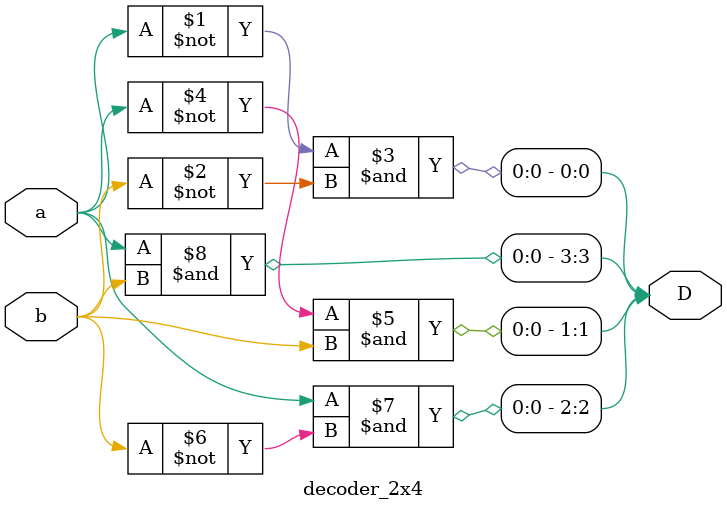
<source format=v>

module decoder_2x4(a,b,D);
input a,b;
output[3:0]D;

//assign output value by referring to logic diagram
assign D[0] = (~a)&(~b);
assign D[1] =  (~a)&(b);
assign D[2] =  (a)&(~b);
assign D[3] =  (a)&(b);

endmodule


</source>
